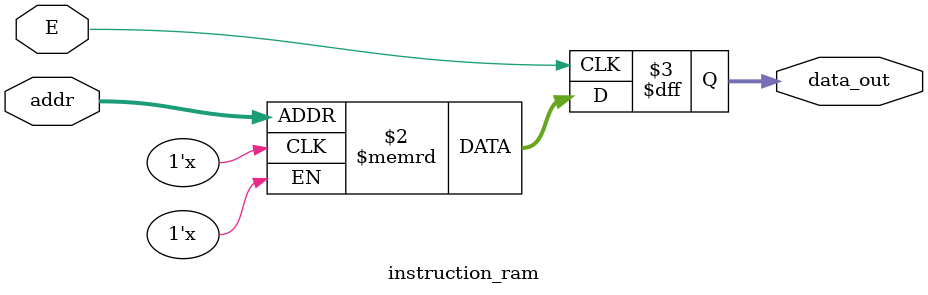
<source format=v>
module instruction_ram (
    input E,
    input [7:0] addr,
    output reg [31:0] data_out
);
	
    (* ram_init_file = "program.mif" *)
    reg [31:0] mem [0:255];

    always @(negedge E) begin
        data_out <= mem[addr];
	 end
		  
endmodule

</source>
